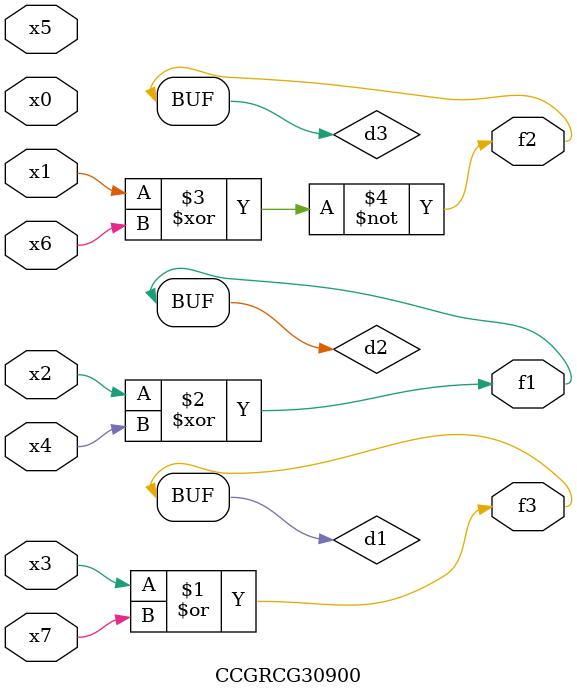
<source format=v>
module CCGRCG30900(
	input x0, x1, x2, x3, x4, x5, x6, x7,
	output f1, f2, f3
);

	wire d1, d2, d3;

	or (d1, x3, x7);
	xor (d2, x2, x4);
	xnor (d3, x1, x6);
	assign f1 = d2;
	assign f2 = d3;
	assign f3 = d1;
endmodule

</source>
